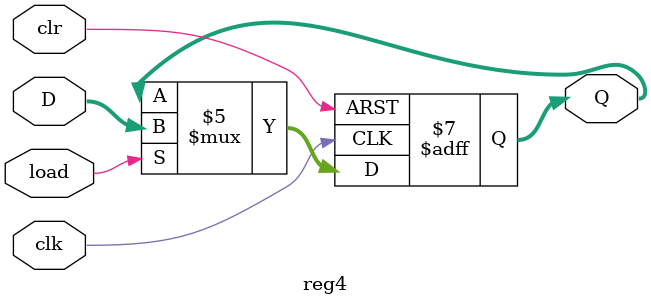
<source format=v>
`timescale 1ns / 1ps


module reg4(
input wire load,clk,clr,
input wire [3:0] D,
output reg [3:0] Q
);

always @(posedge clk or posedge clr) begin
if(clr==1) begin
    Q<=0;
end
else if(load ==1)begin
    Q<=D;
end
else begin
    Q<=Q;
end
end
endmodule
</source>
